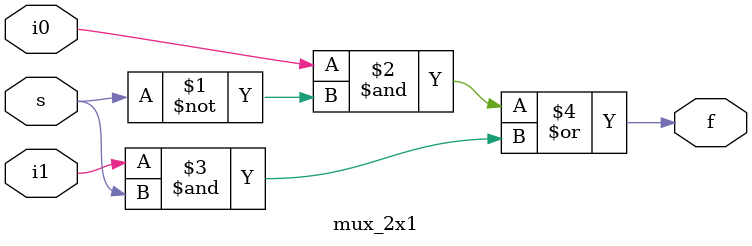
<source format=v>
`timescale 1ns / 1ps


module mux_2x1(
    input i0,
    input i1,
    input s,
    output f
    );
    // 
    assign f = (i0 & ~s) | (i1 & s);
endmodule

</source>
